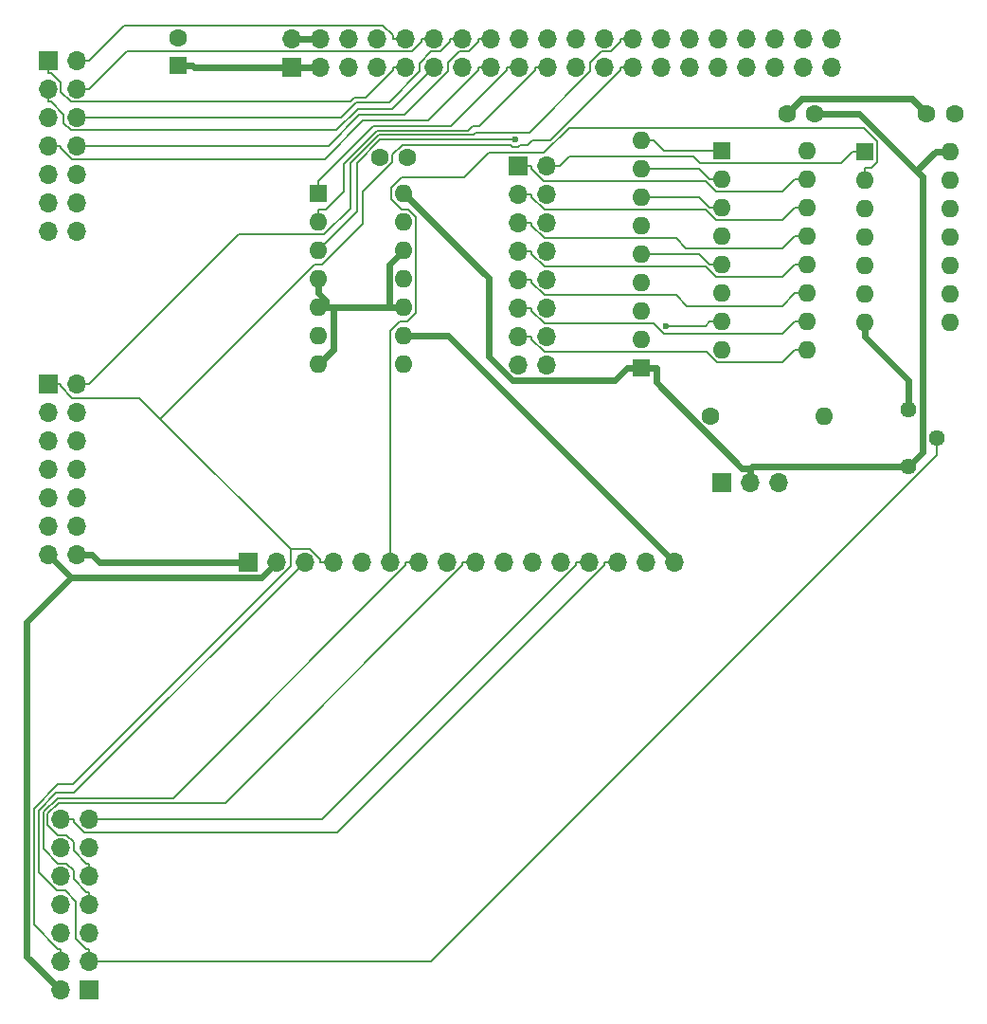
<source format=gtl>
G04 #@! TF.GenerationSoftware,KiCad,Pcbnew,(7.0.0-0)*
G04 #@! TF.CreationDate,2023-03-24T09:46:00+09:00*
G04 #@! TF.ProjectId,KZ80-SC1602,4b5a3830-2d53-4433-9136-30322e6b6963,rev?*
G04 #@! TF.SameCoordinates,PX5f5e100PY8f0d180*
G04 #@! TF.FileFunction,Copper,L1,Top*
G04 #@! TF.FilePolarity,Positive*
%FSLAX46Y46*%
G04 Gerber Fmt 4.6, Leading zero omitted, Abs format (unit mm)*
G04 Created by KiCad (PCBNEW (7.0.0-0)) date 2023-03-24 09:46:00*
%MOMM*%
%LPD*%
G01*
G04 APERTURE LIST*
G04 #@! TA.AperFunction,ComponentPad*
%ADD10R,1.600000X1.600000*%
G04 #@! TD*
G04 #@! TA.AperFunction,ComponentPad*
%ADD11O,1.600000X1.600000*%
G04 #@! TD*
G04 #@! TA.AperFunction,ComponentPad*
%ADD12R,1.700000X1.700000*%
G04 #@! TD*
G04 #@! TA.AperFunction,ComponentPad*
%ADD13O,1.700000X1.700000*%
G04 #@! TD*
G04 #@! TA.AperFunction,ComponentPad*
%ADD14C,1.600000*%
G04 #@! TD*
G04 #@! TA.AperFunction,ComponentPad*
%ADD15C,1.440000*%
G04 #@! TD*
G04 #@! TA.AperFunction,ViaPad*
%ADD16C,0.600000*%
G04 #@! TD*
G04 #@! TA.AperFunction,Conductor*
%ADD17C,0.200000*%
G04 #@! TD*
G04 #@! TA.AperFunction,Conductor*
%ADD18C,0.600000*%
G04 #@! TD*
G04 APERTURE END LIST*
D10*
X57249999Y60324999D03*
D11*
X57249999Y62864999D03*
X57249999Y65404999D03*
X57249999Y67944999D03*
X57249999Y70484999D03*
X57249999Y73024999D03*
X57249999Y75564999D03*
X57249999Y78104999D03*
X57249999Y80644999D03*
D12*
X64444999Y50024999D03*
D13*
X66984999Y50024999D03*
X69524999Y50024999D03*
D14*
X82750000Y83000000D03*
X85250000Y83000000D03*
D15*
X81100000Y51500000D03*
X83640000Y54040000D03*
X81100000Y56580000D03*
D14*
X63445000Y56025000D03*
D11*
X73604999Y56024999D03*
D14*
X70250000Y83000000D03*
X72750000Y83000000D03*
D10*
X15799999Y87299999D03*
D14*
X15800000Y89800000D03*
D12*
X4219999Y87779999D03*
D13*
X6759999Y87779999D03*
X4219999Y85239999D03*
X6759999Y85239999D03*
X4219999Y82699999D03*
X6759999Y82699999D03*
X4219999Y80159999D03*
X6759999Y80159999D03*
X4219999Y77619999D03*
X6759999Y77619999D03*
X4219999Y75079999D03*
X6759999Y75079999D03*
X4219999Y72539999D03*
X6759999Y72539999D03*
D10*
X28379999Y75899999D03*
D11*
X28379999Y73359999D03*
X28379999Y70819999D03*
X28379999Y68279999D03*
X28379999Y65739999D03*
X28379999Y63199999D03*
X28379999Y60659999D03*
X35999999Y60659999D03*
X35999999Y63199999D03*
X35999999Y65739999D03*
X35999999Y68279999D03*
X35999999Y70819999D03*
X35999999Y73359999D03*
X35999999Y75899999D03*
D12*
X46259999Y78339999D03*
D13*
X48799999Y78339999D03*
X46259999Y75799999D03*
X48799999Y75799999D03*
X46259999Y73259999D03*
X48799999Y73259999D03*
X46259999Y70719999D03*
X48799999Y70719999D03*
X46259999Y68179999D03*
X48799999Y68179999D03*
X46259999Y65639999D03*
X48799999Y65639999D03*
X46259999Y63099999D03*
X48799999Y63099999D03*
X46259999Y60559999D03*
X48799999Y60559999D03*
D10*
X64449999Y79699999D03*
D11*
X64449999Y77159999D03*
X64449999Y74619999D03*
X64449999Y72079999D03*
X64449999Y69539999D03*
X64449999Y66999999D03*
X64449999Y64459999D03*
X64449999Y61919999D03*
X72069999Y61919999D03*
X72069999Y64459999D03*
X72069999Y66999999D03*
X72069999Y69539999D03*
X72069999Y72079999D03*
X72069999Y74619999D03*
X72069999Y77159999D03*
X72069999Y79699999D03*
D12*
X22069999Y42969999D03*
D13*
X24609999Y42969999D03*
X27149999Y42969999D03*
X29689999Y42969999D03*
X32229999Y42969999D03*
X34769999Y42969999D03*
X37309999Y42969999D03*
X39849999Y42969999D03*
X42389999Y42969999D03*
X44929999Y42969999D03*
X47469999Y42969999D03*
X50009999Y42969999D03*
X52549999Y42969999D03*
X55089999Y42969999D03*
X57629999Y42969999D03*
X60169999Y42969999D03*
D12*
X26019999Y87159999D03*
D13*
X26019999Y89699999D03*
X28559999Y87159999D03*
X28559999Y89699999D03*
X31099999Y87159999D03*
X31099999Y89699999D03*
X33639999Y87159999D03*
X33639999Y89699999D03*
X36179999Y87159999D03*
X36179999Y89699999D03*
X38719999Y87159999D03*
X38719999Y89699999D03*
X41259999Y87159999D03*
X41259999Y89699999D03*
X43799999Y87159999D03*
X43799999Y89699999D03*
X46339999Y87159999D03*
X46339999Y89699999D03*
X48879999Y87159999D03*
X48879999Y89699999D03*
X51419999Y87159999D03*
X51419999Y89699999D03*
X53959999Y87159999D03*
X53959999Y89699999D03*
X56499999Y87159999D03*
X56499999Y89699999D03*
X59039999Y87159999D03*
X59039999Y89699999D03*
X61579999Y87159999D03*
X61579999Y89699999D03*
X64119999Y87159999D03*
X64119999Y89699999D03*
X66659999Y87159999D03*
X66659999Y89699999D03*
X69199999Y87159999D03*
X69199999Y89699999D03*
X71739999Y87159999D03*
X71739999Y89699999D03*
X74279999Y87159999D03*
X74279999Y89699999D03*
D12*
X4219999Y58909999D03*
D13*
X6759999Y58909999D03*
X4219999Y56369999D03*
X6759999Y56369999D03*
X4219999Y53829999D03*
X6759999Y53829999D03*
X4219999Y51289999D03*
X6759999Y51289999D03*
X4219999Y48749999D03*
X6759999Y48749999D03*
X4219999Y46209999D03*
X6759999Y46209999D03*
X4219999Y43669999D03*
X6759999Y43669999D03*
D14*
X33850000Y79100000D03*
X36350000Y79100000D03*
D10*
X77199999Y79624999D03*
D11*
X77199999Y77084999D03*
X77199999Y74544999D03*
X77199999Y72004999D03*
X77199999Y69464999D03*
X77199999Y66924999D03*
X77199999Y64384999D03*
X84819999Y64384999D03*
X84819999Y66924999D03*
X84819999Y69464999D03*
X84819999Y72004999D03*
X84819999Y74544999D03*
X84819999Y77084999D03*
X84819999Y79624999D03*
D12*
X7869999Y4749999D03*
D13*
X5329999Y4749999D03*
X7869999Y7289999D03*
X5329999Y7289999D03*
X7869999Y9829999D03*
X5329999Y9829999D03*
X7869999Y12369999D03*
X5329999Y12369999D03*
X7869999Y14909999D03*
X5329999Y14909999D03*
X7869999Y17449999D03*
X5329999Y17449999D03*
X7869999Y19989999D03*
X5329999Y19989999D03*
D16*
X45994600Y80678300D03*
X59417200Y64073400D03*
D17*
X64450000Y69540000D02*
X63349900Y69540000D01*
X62404900Y70485000D02*
X57250000Y70485000D01*
X63349900Y69540000D02*
X62404900Y70485000D01*
X33865300Y80678300D02*
X45994600Y80678300D01*
X31809600Y78622600D02*
X33865300Y80678300D01*
X31809600Y74249600D02*
X31809600Y78622600D01*
X28380000Y70820000D02*
X31809600Y74249600D01*
X64450000Y64460000D02*
X63349900Y64460000D01*
X62963300Y64073400D02*
X59417200Y64073400D01*
X63349900Y64460000D02*
X62963300Y64073400D01*
X48880000Y87160000D02*
X47729900Y87160000D01*
X28380000Y73360000D02*
X28380000Y74460100D01*
X28997000Y74460100D02*
X28380000Y74460100D01*
X30609300Y76072400D02*
X28997000Y74460100D01*
X30609300Y78555900D02*
X30609300Y76072400D01*
X33573500Y81520100D02*
X30609300Y78555900D01*
X41764300Y81520100D02*
X33573500Y81520100D01*
X42164400Y81920200D02*
X41764300Y81520100D01*
X42730100Y81920200D02*
X42164400Y81920200D01*
X47729900Y86920000D02*
X42730100Y81920200D01*
X47729900Y87160000D02*
X47729900Y86920000D01*
X28380000Y75900000D02*
X28380000Y77000100D01*
X46340000Y87160000D02*
X45189900Y87160000D01*
X45189900Y86872500D02*
X45189900Y87160000D01*
X40237600Y81920200D02*
X45189900Y86872500D01*
X33300100Y81920200D02*
X40237600Y81920200D01*
X28380000Y77000100D02*
X33300100Y81920200D01*
X77816900Y78185100D02*
X77200000Y78185100D01*
X78300200Y78668400D02*
X77816900Y78185100D01*
X78300200Y80569800D02*
X78300200Y78668400D01*
X77122700Y81747300D02*
X78300200Y80569800D01*
X50790600Y81747300D02*
X77122700Y81747300D01*
X48533500Y79490200D02*
X50790600Y81747300D01*
X43577900Y79490200D02*
X48533500Y79490200D01*
X41412700Y77325000D02*
X43577900Y79490200D01*
X35791800Y77325000D02*
X41412700Y77325000D01*
X34898100Y76431300D02*
X35791800Y77325000D01*
X34898100Y75384500D02*
X34898100Y76431300D01*
X35796900Y74485700D02*
X34898100Y75384500D01*
X36430200Y74485700D02*
X35796900Y74485700D01*
X37115200Y73800700D02*
X36430200Y74485700D01*
X37115200Y65246500D02*
X37115200Y73800700D01*
X36338700Y64470000D02*
X37115200Y65246500D01*
X35658500Y64470000D02*
X36338700Y64470000D01*
X34770000Y63581500D02*
X35658500Y64470000D01*
X34770000Y42970000D02*
X34770000Y63581500D01*
X77200000Y77085000D02*
X77200000Y78185100D01*
X83640000Y52515500D02*
X83640000Y54040000D01*
X38414500Y7290000D02*
X83640000Y52515500D01*
X7870000Y7290000D02*
X38414500Y7290000D01*
X7870000Y7290000D02*
X7870000Y8440100D01*
X7582400Y8440100D02*
X7870000Y8440100D01*
X6719900Y9302600D02*
X7582400Y8440100D01*
X6719900Y12668500D02*
X6719900Y9302600D01*
X5748400Y13640000D02*
X6719900Y12668500D01*
X4964000Y13640000D02*
X5748400Y13640000D01*
X3370700Y15233300D02*
X4964000Y13640000D01*
X3370700Y20813700D02*
X3370700Y15233300D01*
X4919800Y22362800D02*
X3370700Y20813700D01*
X6542800Y22362800D02*
X4919800Y22362800D01*
X27150000Y42970000D02*
X6542800Y22362800D01*
X47410100Y62861700D02*
X47410100Y63100000D01*
X48561600Y61710200D02*
X47410100Y62861700D01*
X63103900Y61710200D02*
X48561600Y61710200D01*
X64015300Y60798800D02*
X63103900Y61710200D01*
X69848700Y60798800D02*
X64015300Y60798800D01*
X70969900Y61920000D02*
X69848700Y60798800D01*
X72070000Y61920000D02*
X70969900Y61920000D01*
X46260000Y63100000D02*
X47410100Y63100000D01*
X47410100Y65401700D02*
X47410100Y65640000D01*
X48561600Y64250200D02*
X47410100Y65401700D01*
X58358000Y64250200D02*
X48561600Y64250200D01*
X59276600Y63331600D02*
X58358000Y64250200D01*
X69841500Y63331600D02*
X59276600Y63331600D01*
X70969900Y64460000D02*
X69841500Y63331600D01*
X72070000Y64460000D02*
X70969900Y64460000D01*
X46260000Y65640000D02*
X47410100Y65640000D01*
X47410100Y67941700D02*
X47410100Y68180000D01*
X48561600Y66790200D02*
X47410100Y67941700D01*
X60341700Y66790200D02*
X48561600Y66790200D01*
X61281700Y65850200D02*
X60341700Y66790200D01*
X69820100Y65850200D02*
X61281700Y65850200D01*
X70969900Y67000000D02*
X69820100Y65850200D01*
X72070000Y67000000D02*
X70969900Y67000000D01*
X46260000Y68180000D02*
X47410100Y68180000D01*
X47410100Y70481700D02*
X47410100Y70720000D01*
X48561600Y69330200D02*
X47410100Y70481700D01*
X62993800Y69330200D02*
X48561600Y69330200D01*
X63909000Y68415000D02*
X62993800Y69330200D01*
X69844900Y68415000D02*
X63909000Y68415000D01*
X70969900Y69540000D02*
X69844900Y68415000D01*
X72070000Y69540000D02*
X70969900Y69540000D01*
X46260000Y70720000D02*
X47410100Y70720000D01*
X47410100Y73021700D02*
X47410100Y73260000D01*
X48561600Y71870200D02*
X47410100Y73021700D01*
X60341700Y71870200D02*
X48561600Y71870200D01*
X61249100Y70962800D02*
X60341700Y71870200D01*
X69852700Y70962800D02*
X61249100Y70962800D01*
X70969900Y72080000D02*
X69852700Y70962800D01*
X72070000Y72080000D02*
X70969900Y72080000D01*
X46260000Y73260000D02*
X47410100Y73260000D01*
X47410100Y75561700D02*
X47410100Y75800000D01*
X48561600Y74410200D02*
X47410100Y75561700D01*
X62993800Y74410200D02*
X48561600Y74410200D01*
X63909000Y73495000D02*
X62993800Y74410200D01*
X69844900Y73495000D02*
X63909000Y73495000D01*
X70969900Y74620000D02*
X69844900Y73495000D01*
X72070000Y74620000D02*
X70969900Y74620000D01*
X46260000Y75800000D02*
X47410100Y75800000D01*
X75060200Y78585300D02*
X76099900Y79625000D01*
X62490500Y78585300D02*
X75060200Y78585300D01*
X61863500Y79212300D02*
X62490500Y78585300D01*
X50822400Y79212300D02*
X61863500Y79212300D01*
X49950100Y78340000D02*
X50822400Y79212300D01*
X48800000Y78340000D02*
X49950100Y78340000D01*
X77200000Y79625000D02*
X76099900Y79625000D01*
X47410100Y78052500D02*
X47410100Y78340000D01*
X48512400Y76950200D02*
X47410100Y78052500D01*
X62993800Y76950200D02*
X48512400Y76950200D01*
X63891300Y76052700D02*
X62993800Y76950200D01*
X69862600Y76052700D02*
X63891300Y76052700D01*
X70969900Y77160000D02*
X69862600Y76052700D01*
X72070000Y77160000D02*
X70969900Y77160000D01*
X46260000Y78340000D02*
X47410100Y78340000D01*
X59295100Y79700000D02*
X58350100Y80645000D01*
X64450000Y79700000D02*
X59295100Y79700000D01*
X57250000Y80645000D02*
X58350100Y80645000D01*
X62404900Y78105000D02*
X57250000Y78105000D01*
X63349900Y77160000D02*
X62404900Y78105000D01*
X64450000Y77160000D02*
X63349900Y77160000D01*
X62404900Y75565000D02*
X57250000Y75565000D01*
X63349900Y74620000D02*
X62404900Y75565000D01*
X64450000Y74620000D02*
X63349900Y74620000D01*
X21231700Y72231600D02*
X7910100Y58910000D01*
X28867800Y72231600D02*
X21231700Y72231600D01*
X31209400Y74573200D02*
X28867800Y72231600D01*
X31209400Y78588300D02*
X31209400Y74573200D01*
X33741000Y81119900D02*
X31209400Y78588300D01*
X42212600Y81119900D02*
X33741000Y81119900D01*
X42412800Y81320100D02*
X42212600Y81119900D01*
X47216000Y81320100D02*
X42412800Y81320100D01*
X52690000Y86794100D02*
X47216000Y81320100D01*
X52690000Y87578400D02*
X52690000Y86794100D01*
X53661500Y88549900D02*
X52690000Y87578400D01*
X54487400Y88549900D02*
X53661500Y88549900D01*
X55349900Y89412400D02*
X54487400Y88549900D01*
X55349900Y89700000D02*
X55349900Y89412400D01*
X56500000Y89700000D02*
X55349900Y89700000D01*
X6760000Y58910000D02*
X7910100Y58910000D01*
X4220000Y58910000D02*
X5346900Y58910000D01*
X29690000Y42970000D02*
X28539900Y42970000D01*
X5330000Y7290000D02*
X5330000Y8440100D01*
X28539900Y43208300D02*
X28539900Y42970000D01*
X27619300Y44128900D02*
X28539900Y43208300D01*
X25880000Y44128900D02*
X27619300Y44128900D01*
X56500000Y87160000D02*
X55349900Y87160000D01*
X12368900Y57640000D02*
X14245900Y55763100D01*
X6381200Y57640000D02*
X12368900Y57640000D01*
X5346900Y58674300D02*
X6381200Y57640000D01*
X5346900Y58910000D02*
X5346900Y58674300D01*
X14245900Y55763100D02*
X25880000Y44128900D01*
X5091700Y8440100D02*
X5330000Y8440100D01*
X2929400Y10602400D02*
X5091700Y8440100D01*
X2929400Y20953900D02*
X2929400Y10602400D01*
X5090100Y23114600D02*
X2929400Y20953900D01*
X6392900Y23114600D02*
X5090100Y23114600D01*
X25880000Y42601700D02*
X6392900Y23114600D01*
X25880000Y44128900D02*
X25880000Y42601700D01*
X55349900Y86872500D02*
X55349900Y87160000D01*
X49114000Y80636600D02*
X55349900Y86872500D01*
X47474900Y80636600D02*
X49114000Y80636600D01*
X47074800Y80236500D02*
X47474900Y80636600D01*
X46401500Y80236500D02*
X47074800Y80236500D01*
X46243200Y80078200D02*
X46401500Y80236500D01*
X45746100Y80078200D02*
X46243200Y80078200D01*
X45587800Y80236500D02*
X45746100Y80078200D01*
X35866600Y80236500D02*
X45587800Y80236500D01*
X34950100Y79320000D02*
X35866600Y80236500D01*
X34950100Y78644300D02*
X34950100Y79320000D01*
X32346100Y76040300D02*
X34950100Y78644300D01*
X32346100Y73196200D02*
X32346100Y76040300D01*
X28699900Y69550000D02*
X32346100Y73196200D01*
X28032800Y69550000D02*
X28699900Y69550000D01*
X14245900Y55763100D02*
X28032800Y69550000D01*
X43800000Y89700000D02*
X42649900Y89700000D01*
X6480100Y19751700D02*
X6480100Y19990000D01*
X7431500Y18800300D02*
X6480100Y19751700D01*
X30057700Y18800300D02*
X7431500Y18800300D01*
X53939900Y42682500D02*
X30057700Y18800300D01*
X53939900Y42970000D02*
X53939900Y42682500D01*
X55090000Y42970000D02*
X53939900Y42970000D01*
X5330000Y19990000D02*
X6480100Y19990000D01*
X6760000Y80160000D02*
X7910100Y80160000D01*
X29298600Y80160000D02*
X7910100Y80160000D01*
X32029800Y82891200D02*
X29298600Y80160000D01*
X36087100Y82891200D02*
X32029800Y82891200D01*
X39990000Y86794100D02*
X36087100Y82891200D01*
X39990000Y87578400D02*
X39990000Y86794100D01*
X40961500Y88549900D02*
X39990000Y87578400D01*
X41787400Y88549900D02*
X40961500Y88549900D01*
X42649900Y89412400D02*
X41787400Y88549900D01*
X42649900Y89700000D02*
X42649900Y89412400D01*
X28707400Y19990000D02*
X7870000Y19990000D01*
X51399900Y42682500D02*
X28707400Y19990000D01*
X51399900Y42970000D02*
X51399900Y42682500D01*
X52550000Y42970000D02*
X51399900Y42970000D01*
X5370100Y79921700D02*
X5370100Y80160000D01*
X6322400Y78969400D02*
X5370100Y79921700D01*
X28956600Y78969400D02*
X6322400Y78969400D01*
X32368800Y82381600D02*
X28956600Y78969400D01*
X38159000Y82381600D02*
X32368800Y82381600D01*
X42649900Y86872500D02*
X38159000Y82381600D01*
X42649900Y87160000D02*
X42649900Y86872500D01*
X43800000Y87160000D02*
X42649900Y87160000D01*
X4220000Y80160000D02*
X5370100Y80160000D01*
X41260000Y89700000D02*
X40109900Y89700000D01*
X6760000Y82700000D02*
X7910100Y82700000D01*
X30375300Y82700000D02*
X7910100Y82700000D01*
X31718500Y84043200D02*
X30375300Y82700000D01*
X34699400Y84043200D02*
X31718500Y84043200D01*
X37450000Y86793800D02*
X34699400Y84043200D01*
X37450000Y87524700D02*
X37450000Y86793800D01*
X38475200Y88549900D02*
X37450000Y87524700D01*
X39247400Y88549900D02*
X38475200Y88549900D01*
X40109900Y89412400D02*
X39247400Y88549900D01*
X40109900Y89700000D02*
X40109900Y89412400D01*
X11220000Y88549900D02*
X7910100Y85240000D01*
X36707400Y88549900D02*
X11220000Y88549900D01*
X37569900Y89412400D02*
X36707400Y88549900D01*
X37569900Y89700000D02*
X37569900Y89412400D01*
X38720000Y89700000D02*
X37569900Y89700000D01*
X6760000Y85240000D02*
X7910100Y85240000D01*
X7631700Y16060100D02*
X7870000Y16060100D01*
X6480200Y17211600D02*
X7631700Y16060100D01*
X6480200Y17955300D02*
X6480200Y17211600D01*
X5835300Y18600200D02*
X6480200Y17955300D01*
X5091400Y18600200D02*
X5835300Y18600200D01*
X4179900Y19511700D02*
X5091400Y18600200D01*
X4179900Y20478900D02*
X4179900Y19511700D01*
X5169800Y21468800D02*
X4179900Y20478900D01*
X20026200Y21468800D02*
X5169800Y21468800D01*
X41239900Y42682500D02*
X20026200Y21468800D01*
X41239900Y42970000D02*
X41239900Y42682500D01*
X42390000Y42970000D02*
X41239900Y42970000D01*
X7870000Y14910000D02*
X7870000Y16060100D01*
X4458300Y84089900D02*
X4220000Y84089900D01*
X5609800Y82938400D02*
X4458300Y84089900D01*
X5609800Y82194700D02*
X5609800Y82938400D01*
X6254700Y81549800D02*
X5609800Y82194700D01*
X29991100Y81549800D02*
X6254700Y81549800D01*
X31884400Y83443100D02*
X29991100Y81549800D01*
X35003100Y83443100D02*
X31884400Y83443100D01*
X38720000Y87160000D02*
X35003100Y83443100D01*
X4220000Y85240000D02*
X4220000Y84089900D01*
X11032500Y90902400D02*
X7910100Y87780000D01*
X34115000Y90902400D02*
X11032500Y90902400D01*
X35029900Y89987500D02*
X34115000Y90902400D01*
X35029900Y89700000D02*
X35029900Y89987500D01*
X36180000Y89700000D02*
X35029900Y89700000D01*
X6760000Y87780000D02*
X7910100Y87780000D01*
X36180000Y87160000D02*
X35029900Y87160000D01*
X4220000Y87780000D02*
X4220000Y86629900D01*
X7631700Y13520100D02*
X7870000Y13520100D01*
X6480200Y14671600D02*
X7631700Y13520100D01*
X6480200Y15415300D02*
X6480200Y14671600D01*
X5835300Y16060200D02*
X6480200Y15415300D01*
X5087800Y16060200D02*
X5835300Y16060200D01*
X3779700Y17368300D02*
X5087800Y16060200D01*
X3779700Y20656700D02*
X3779700Y17368300D01*
X5037300Y21914300D02*
X3779700Y20656700D01*
X15391700Y21914300D02*
X5037300Y21914300D01*
X36159900Y42682500D02*
X15391700Y21914300D01*
X36159900Y42970000D02*
X36159900Y42682500D01*
X7870000Y12370000D02*
X7870000Y13520100D01*
X4507600Y86629900D02*
X4220000Y86629900D01*
X5370100Y85767400D02*
X4507600Y86629900D01*
X5370100Y84941500D02*
X5370100Y85767400D01*
X6221800Y84089800D02*
X5370100Y84941500D01*
X31199300Y84089800D02*
X6221800Y84089800D01*
X31552800Y84443300D02*
X31199300Y84089800D01*
X32550500Y84443300D02*
X31552800Y84443300D01*
X35029900Y86922700D02*
X32550500Y84443300D01*
X35029900Y87160000D02*
X35029900Y86922700D01*
X37310000Y42970000D02*
X36159900Y42970000D01*
D18*
X81434900Y84315100D02*
X82750000Y83000000D01*
X71565100Y84315100D02*
X81434900Y84315100D01*
X70250000Y83000000D02*
X71565100Y84315100D01*
X28560000Y89700000D02*
X26020000Y89700000D01*
X28380000Y65740000D02*
X29030100Y65740000D01*
X29030100Y65740000D02*
X29680100Y65740000D01*
X29030100Y66329800D02*
X28380000Y66979900D01*
X29030100Y65740000D02*
X29030100Y66329800D01*
X28380000Y68280000D02*
X28380000Y66979900D01*
X29680100Y61960100D02*
X29680100Y65740000D01*
X28380000Y60660000D02*
X29680100Y61960100D01*
X36000000Y65740000D02*
X34699900Y65740000D01*
X29680100Y65740000D02*
X34699900Y65740000D01*
X34699900Y69519900D02*
X36000000Y70820000D01*
X34699900Y65740000D02*
X34699900Y69519900D01*
X39940000Y63200000D02*
X60170000Y42970000D01*
X36000000Y63200000D02*
X39940000Y63200000D01*
X81100000Y59184900D02*
X81100000Y56580000D01*
X77200000Y63084900D02*
X81100000Y59184900D01*
X77200000Y64385000D02*
X77200000Y63084900D01*
X8810100Y42970000D02*
X8110100Y43670000D01*
X22070000Y42970000D02*
X8810100Y42970000D01*
X6760000Y43670000D02*
X8110100Y43670000D01*
X28560000Y87160000D02*
X26020000Y87160000D01*
X17240100Y87160000D02*
X17100100Y87300000D01*
X26020000Y87160000D02*
X17240100Y87160000D01*
X15800000Y87300000D02*
X17100100Y87300000D01*
X54827900Y59203000D02*
X55949900Y60325000D01*
X45703600Y59203000D02*
X54827900Y59203000D01*
X43566300Y61340300D02*
X45703600Y59203000D01*
X43566300Y68333700D02*
X43566300Y61340300D01*
X36000000Y75900000D02*
X43566300Y68333700D01*
X57250000Y60325000D02*
X55949900Y60325000D01*
X57250000Y60325000D02*
X58550100Y60325000D01*
X66985000Y50025000D02*
X66985000Y51375100D01*
X58550100Y59024900D02*
X58550100Y60325000D01*
X66199900Y51375100D02*
X58550100Y59024900D01*
X66985000Y51375100D02*
X66199900Y51375100D01*
X67109900Y51500000D02*
X66985000Y51375100D01*
X81100000Y51500000D02*
X67109900Y51500000D01*
X84820000Y79625000D02*
X83519900Y79625000D01*
X81816800Y77921900D02*
X83519900Y79625000D01*
X76738600Y83000000D02*
X81816800Y77921900D01*
X72750000Y83000000D02*
X76738600Y83000000D01*
X82343100Y52743100D02*
X81100000Y51500000D01*
X82343100Y77395500D02*
X82343100Y52743100D01*
X81816800Y77921900D02*
X82343100Y77395500D01*
X2312800Y7767200D02*
X5330000Y4750000D01*
X2312800Y37662400D02*
X2312800Y7767200D01*
X6270200Y41619800D02*
X2312800Y37662400D01*
X4220000Y43670000D02*
X6270200Y41619800D01*
X23259800Y41619800D02*
X24610000Y42970000D01*
X6270200Y41619800D02*
X23259800Y41619800D01*
M02*

</source>
